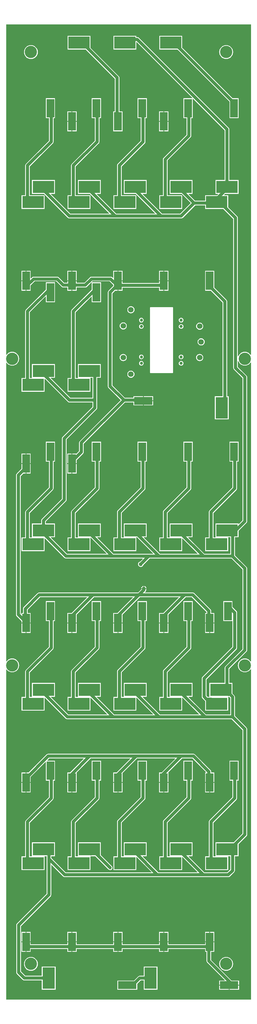
<source format=gtl>
%FSLAX44Y44*%
%MOMM*%
G71*
G01*
G75*
G04 Layer_Physical_Order=1*
G04 Layer_Color=255*
%ADD10R,2.5000X6.0000*%
%ADD11R,6.9850X4.0000*%
%ADD12R,6.0000X2.5000*%
%ADD13R,4.0000X6.9850*%
%ADD14C,0.2540*%
%ADD15C,1.0000*%
%ADD16C,4.0000*%
%ADD17C,1.8000*%
%ADD18C,1.0000*%
%ADD19C,1.2700*%
G36*
X810000Y2113045D02*
X808804Y2112617D01*
X806015Y2116015D01*
X802583Y2118832D01*
X798667Y2120925D01*
X794419Y2122214D01*
X790000Y2122649D01*
X785581Y2122214D01*
X781332Y2120925D01*
X777417Y2118832D01*
X773985Y2116015D01*
X771168Y2112583D01*
X769075Y2108667D01*
X768861Y2107963D01*
X767605Y2108150D01*
Y2559020D01*
X767346Y2560988D01*
X766901Y2562063D01*
X766586Y2562823D01*
X765378Y2564398D01*
X735565Y2594210D01*
Y2633300D01*
X722895D01*
X722409Y2634473D01*
X725635Y2637700D01*
X769365D01*
Y2682780D01*
X739505D01*
Y2848100D01*
X739246Y2850068D01*
X738801Y2851143D01*
X738486Y2851902D01*
X737278Y2853477D01*
X444458Y3146298D01*
X442882Y3147506D01*
X441586Y3148044D01*
X441048Y3148266D01*
X439080Y3148525D01*
X435565D01*
Y3153300D01*
X360635D01*
Y3108220D01*
X435565D01*
Y3132021D01*
X436738Y3132506D01*
X618751Y2950493D01*
X618265Y2949320D01*
X589720D01*
Y2884240D01*
X599695D01*
Y2830450D01*
X524622Y2755378D01*
X523414Y2753802D01*
X522877Y2752505D01*
X522654Y2751968D01*
X522395Y2750000D01*
Y2633300D01*
X510635D01*
Y2588220D01*
X585565D01*
Y2633300D01*
X537605D01*
Y2746850D01*
X612678Y2821922D01*
X613886Y2823498D01*
X614201Y2824257D01*
X614646Y2825332D01*
X614905Y2827300D01*
Y2884240D01*
X619800D01*
Y2947785D01*
X620973Y2948271D01*
X724295Y2844950D01*
Y2682780D01*
X694435D01*
Y2637700D01*
X702466D01*
X702952Y2636527D01*
X699725Y2633300D01*
X660635D01*
Y2615605D01*
X627130D01*
X606208Y2636527D01*
X606694Y2637700D01*
X619365D01*
Y2682780D01*
X544435D01*
Y2637700D01*
X583525D01*
X613735Y2607490D01*
X578850Y2572605D01*
X520130D01*
X456208Y2636527D01*
X456694Y2637700D01*
X469365D01*
Y2682780D01*
X394435D01*
Y2637700D01*
X433525D01*
X497446Y2573778D01*
X496960Y2572605D01*
X370130D01*
X306208Y2636527D01*
X306695Y2637700D01*
X319365D01*
Y2682780D01*
X244435D01*
Y2637700D01*
X283525D01*
X347446Y2573778D01*
X346960Y2572605D01*
X220130D01*
X156208Y2636527D01*
X156694Y2637700D01*
X169365D01*
Y2682780D01*
X94435D01*
Y2637700D01*
X133525D01*
X211602Y2559622D01*
X213178Y2558414D01*
X213937Y2558099D01*
X215012Y2557654D01*
X216980Y2557395D01*
X582000D01*
X583968Y2557654D01*
X584506Y2557877D01*
X585802Y2558414D01*
X587378Y2559622D01*
X628150Y2600395D01*
X660635D01*
Y2588220D01*
X720045D01*
X752395Y2555870D01*
Y2070000D01*
X752654Y2068032D01*
X752877Y2067494D01*
X753414Y2066198D01*
X754622Y2064622D01*
X782395Y2036850D01*
Y1573150D01*
X770538Y1561293D01*
X769365Y1561779D01*
Y1562780D01*
X694435D01*
Y1518198D01*
X694435Y1518198D01*
X694435D01*
X694435Y1517700D01*
X694035Y1517300D01*
X687605D01*
Y1596850D01*
X762678Y1671922D01*
X763886Y1673497D01*
X764201Y1674257D01*
X764646Y1675332D01*
X764905Y1677300D01*
Y1764240D01*
X769800D01*
Y1829320D01*
X739720D01*
Y1764240D01*
X749695D01*
Y1680450D01*
X674622Y1605378D01*
X673414Y1603803D01*
X672877Y1602506D01*
X672654Y1601968D01*
X672395Y1600000D01*
Y1517300D01*
X660635D01*
Y1472220D01*
X735565D01*
Y1516802D01*
X735565Y1516802D01*
X735565D01*
X735565Y1517300D01*
X735965Y1517700D01*
X742395D01*
Y1463605D01*
X658184D01*
X657933Y1463933D01*
X605339Y1516527D01*
X605825Y1517700D01*
X619365D01*
Y1562780D01*
X544435D01*
Y1517700D01*
D01*
Y1517700D01*
X544035Y1517300D01*
X537605D01*
Y1596850D01*
X612678Y1671922D01*
X613886Y1673497D01*
X614201Y1674257D01*
X614646Y1675332D01*
X614905Y1677300D01*
Y1764240D01*
X619800D01*
Y1829320D01*
X589720D01*
Y1764240D01*
X599695D01*
Y1680450D01*
X524622Y1605378D01*
X523414Y1603802D01*
X522877Y1602506D01*
X522654Y1601968D01*
X522395Y1600000D01*
Y1517300D01*
X510635D01*
Y1472220D01*
X585565D01*
Y1513130D01*
X586738Y1513616D01*
X635577Y1464778D01*
X635090Y1463605D01*
X513150D01*
X460229Y1516527D01*
X460714Y1517700D01*
X469365D01*
Y1562780D01*
X394435D01*
Y1518198D01*
X394435Y1518198D01*
X394435D01*
X394435Y1517700D01*
X394035Y1517300D01*
X387605D01*
Y1596850D01*
X462678Y1671922D01*
X463886Y1673497D01*
X464201Y1674257D01*
X464646Y1675332D01*
X464905Y1677300D01*
Y1764240D01*
X469800D01*
Y1829320D01*
X439720D01*
Y1764240D01*
X449695D01*
Y1680450D01*
X374622Y1605378D01*
X373414Y1603802D01*
X372877Y1602506D01*
X372654Y1601968D01*
X372395Y1600000D01*
Y1517300D01*
X360635D01*
Y1472220D01*
X435565D01*
Y1516802D01*
X435565Y1516802D01*
X435565D01*
X435565Y1517300D01*
X435965Y1517700D01*
X437545D01*
X490466Y1464778D01*
X489980Y1463605D01*
X361130D01*
X308209Y1516527D01*
X308694Y1517700D01*
X319365D01*
Y1562780D01*
X244435D01*
Y1518198D01*
X244435Y1518198D01*
X244435D01*
X244435Y1517700D01*
X244035Y1517300D01*
X237605D01*
Y1596850D01*
X312678Y1671922D01*
X313886Y1673497D01*
X314201Y1674257D01*
X314646Y1675332D01*
X314905Y1677300D01*
Y1764240D01*
X319800D01*
Y1829320D01*
X289720D01*
Y1764240D01*
X299695D01*
Y1680450D01*
X224622Y1605378D01*
X223414Y1603802D01*
X222877Y1602506D01*
X222654Y1601968D01*
X222395Y1600000D01*
Y1517300D01*
X210635D01*
Y1472220D01*
X285565D01*
Y1516001D01*
X286738Y1516487D01*
X338446Y1464778D01*
X337960Y1463605D01*
X209130D01*
X156208Y1516527D01*
X156694Y1517700D01*
X169365D01*
Y1562780D01*
X139505D01*
Y1568750D01*
X205378Y1634622D01*
X206586Y1636198D01*
X206901Y1636957D01*
X207346Y1638032D01*
X207605Y1640000D01*
Y1836850D01*
X305378Y1934622D01*
X306586Y1936198D01*
X306901Y1936957D01*
X307346Y1938032D01*
X307605Y1940000D01*
Y2037700D01*
X319365D01*
Y2082780D01*
X244435D01*
Y2038198D01*
X244435Y2038198D01*
X244435D01*
X244435Y2037700D01*
X244035Y2037300D01*
X237605D01*
Y2251570D01*
X288547Y2302511D01*
X289720Y2302025D01*
Y2284240D01*
X319800D01*
Y2349320D01*
X290494D01*
X290407Y2349531D01*
X290407Y2349531D01*
X290009Y2350493D01*
X291910Y2352395D01*
X348530D01*
X360200Y2340725D01*
Y2337235D01*
X344622Y2321658D01*
X343414Y2320083D01*
X342877Y2318786D01*
X342654Y2318248D01*
X342395Y2316280D01*
Y2010000D01*
X342654Y2008032D01*
X342877Y2007494D01*
X343414Y2006198D01*
X344622Y2004622D01*
X384245Y1965000D01*
X250622Y1831378D01*
X249414Y1829803D01*
X248877Y1828506D01*
X248654Y1827968D01*
X248395Y1826000D01*
Y1799150D01*
X240005Y1790760D01*
X226510D01*
Y1759490D01*
X240280D01*
Y1769525D01*
X261378Y1790622D01*
X262586Y1792198D01*
X263031Y1793272D01*
X263346Y1794032D01*
X263605Y1796000D01*
Y1822850D01*
X398450Y1957695D01*
X425680D01*
Y1947720D01*
X456950D01*
Y1962760D01*
Y1977800D01*
X425680D01*
Y1972905D01*
X397850D01*
X357605Y2013150D01*
Y2313130D01*
X366155Y2321680D01*
X373970D01*
Y2354220D01*
Y2386760D01*
X360200D01*
Y2363895D01*
X359027Y2363409D01*
X357058Y2365378D01*
X355482Y2366586D01*
X354186Y2367123D01*
X353648Y2367346D01*
X351680Y2367605D01*
X288760D01*
X286792Y2367346D01*
X286254Y2367123D01*
X284958Y2366586D01*
X283382Y2365378D01*
X265610Y2347605D01*
X240280D01*
Y2352950D01*
X226510D01*
Y2321680D01*
X240280D01*
Y2332395D01*
X268760D01*
X270728Y2332654D01*
X271266Y2332877D01*
X272563Y2333414D01*
X274138Y2334622D01*
X288547Y2349032D01*
X289509Y2348633D01*
X289509Y2348633D01*
X289720Y2348545D01*
Y2325195D01*
X224622Y2260098D01*
X223414Y2258522D01*
X222877Y2257226D01*
X222654Y2256688D01*
X222395Y2254720D01*
Y2037300D01*
X210635D01*
Y1992220D01*
X285565D01*
Y2036802D01*
X285565Y2036802D01*
X285565D01*
X285565Y2037300D01*
X285965Y2037700D01*
X292395D01*
Y1972605D01*
X220130D01*
X156208Y2036527D01*
X156694Y2037700D01*
X169365D01*
Y2082780D01*
X94435D01*
Y2037700D01*
D01*
Y2037700D01*
X94035Y2037300D01*
X87605D01*
Y2251570D01*
X138547Y2302511D01*
X139720Y2302025D01*
Y2284240D01*
X169800D01*
Y2349320D01*
X139720D01*
Y2325195D01*
X74622Y2260098D01*
X73414Y2258522D01*
X72877Y2257226D01*
X72654Y2256688D01*
X72395Y2254720D01*
Y2037300D01*
X60635D01*
Y1992220D01*
X135565D01*
Y2034001D01*
X136738Y2034487D01*
X211602Y1959622D01*
X213178Y1958414D01*
X213937Y1958099D01*
X215012Y1957654D01*
X216980Y1957395D01*
X292395D01*
Y1943150D01*
X194622Y1845378D01*
X193414Y1843802D01*
X192877Y1842506D01*
X192654Y1841968D01*
X192395Y1840000D01*
Y1643150D01*
X126522Y1577278D01*
X125314Y1575703D01*
X124777Y1574406D01*
X124554Y1573868D01*
X124295Y1571900D01*
Y1562780D01*
X94435D01*
Y1517700D01*
D01*
Y1517700D01*
X94035Y1517300D01*
X87605D01*
Y1596850D01*
X162678Y1671922D01*
X163886Y1673497D01*
X164201Y1674257D01*
X164646Y1675332D01*
X164905Y1677300D01*
Y1764240D01*
X169800D01*
Y1829320D01*
X139720D01*
Y1764240D01*
X149695D01*
Y1680450D01*
X74622Y1605378D01*
X73414Y1603802D01*
X72877Y1602506D01*
X72654Y1601968D01*
X72395Y1600000D01*
Y1517300D01*
X60635D01*
Y1472220D01*
X135565D01*
Y1514001D01*
X136738Y1514487D01*
X200602Y1450622D01*
X202177Y1449414D01*
X202937Y1449099D01*
X204012Y1448654D01*
X205980Y1448395D01*
X455980D01*
X456466Y1447222D01*
X449622Y1440378D01*
X448414Y1438803D01*
X448394Y1438755D01*
X447679Y1438661D01*
X445517Y1437765D01*
X443660Y1436340D01*
X442235Y1434483D01*
X441339Y1432321D01*
X441033Y1430000D01*
X441339Y1427679D01*
X442235Y1425517D01*
X443660Y1423660D01*
X445517Y1422235D01*
X447679Y1421339D01*
X450000Y1421033D01*
X452321Y1421339D01*
X454483Y1422235D01*
X456340Y1423660D01*
X457765Y1425517D01*
X458661Y1427679D01*
X458755Y1428394D01*
X458802Y1428414D01*
X460378Y1429622D01*
X479150Y1448395D01*
X746850D01*
X782395Y1412850D01*
Y1153150D01*
X726522Y1097278D01*
X725314Y1095703D01*
X724777Y1094406D01*
X724554Y1093868D01*
X724295Y1091900D01*
Y1042780D01*
X674435D01*
Y998503D01*
X674435Y998503D01*
X674435D01*
X674435Y997700D01*
X674340Y997605D01*
X668150D01*
X664605Y1001150D01*
Y1053850D01*
X762678Y1151922D01*
X763886Y1153497D01*
X764266Y1154415D01*
X764646Y1155332D01*
X764905Y1157300D01*
Y1272020D01*
X764646Y1273988D01*
X764423Y1274526D01*
X763886Y1275823D01*
X762678Y1277398D01*
X749800Y1290275D01*
Y1309320D01*
X719720D01*
Y1244240D01*
X749695D01*
Y1160450D01*
X651622Y1062378D01*
X650414Y1060803D01*
X649877Y1059506D01*
X649654Y1058968D01*
X649395Y1057000D01*
Y998000D01*
X649654Y996032D01*
X649877Y995494D01*
X650414Y994197D01*
X651622Y992622D01*
X659622Y984622D01*
X660635Y983845D01*
Y952220D01*
X735565D01*
Y996744D01*
X736520Y997581D01*
X736835Y997540D01*
X738051Y997700D01*
X738545D01*
X742395Y993850D01*
Y939605D01*
X663130D01*
X606208Y996527D01*
X606694Y997700D01*
X619365D01*
Y1042780D01*
X544435D01*
Y997700D01*
D01*
Y997700D01*
X544035Y997300D01*
X537605D01*
Y1076850D01*
X612678Y1151922D01*
X613886Y1153497D01*
X614201Y1154257D01*
X614646Y1155332D01*
X614905Y1157300D01*
Y1244240D01*
X619800D01*
Y1309320D01*
X589720D01*
Y1244240D01*
X599695D01*
Y1160450D01*
X524622Y1085378D01*
X523414Y1083803D01*
X522877Y1082506D01*
X522654Y1081968D01*
X522395Y1080000D01*
Y997300D01*
X510635D01*
Y952220D01*
X585565D01*
Y994000D01*
X586738Y994486D01*
X640446Y940778D01*
X639960Y939605D01*
X513130D01*
X456208Y996527D01*
X456694Y997700D01*
X469365D01*
Y1042780D01*
X394435D01*
Y997700D01*
D01*
Y997700D01*
X394035Y997300D01*
X387605D01*
Y1076850D01*
X462678Y1151922D01*
X463886Y1153497D01*
X464201Y1154257D01*
X464646Y1155332D01*
X464905Y1157300D01*
Y1244240D01*
X469800D01*
Y1309320D01*
X439720D01*
Y1244240D01*
X449695D01*
Y1160450D01*
X374622Y1085378D01*
X373414Y1083802D01*
X372877Y1082506D01*
X372654Y1081968D01*
X372395Y1080000D01*
Y997300D01*
X360635D01*
Y952220D01*
X435565D01*
Y994000D01*
X436738Y994486D01*
X490446Y940778D01*
X489960Y939605D01*
X363130D01*
X306208Y996527D01*
X306695Y997700D01*
X319365D01*
Y1042780D01*
X244435D01*
Y997700D01*
D01*
Y997700D01*
X244035Y997300D01*
X237605D01*
Y1076850D01*
X312678Y1151922D01*
X313886Y1153497D01*
X314201Y1154257D01*
X314646Y1155332D01*
X314905Y1157300D01*
Y1244240D01*
X319800D01*
Y1309320D01*
X289720D01*
Y1244240D01*
X299695D01*
Y1160450D01*
X224622Y1085378D01*
X223414Y1083802D01*
X222877Y1082506D01*
X222654Y1081968D01*
X222395Y1080000D01*
Y997300D01*
X210635D01*
Y952220D01*
X285565D01*
Y994000D01*
X286738Y994486D01*
X340446Y940778D01*
X339960Y939605D01*
X213130D01*
X156208Y996527D01*
X156694Y997700D01*
X169365D01*
Y1042780D01*
X94435D01*
Y997700D01*
D01*
Y997700D01*
X94035Y997300D01*
X87605D01*
Y1076850D01*
X162678Y1151922D01*
X163886Y1153497D01*
X164201Y1154257D01*
X164646Y1155332D01*
X164905Y1157300D01*
Y1244240D01*
X169800D01*
Y1309320D01*
X139720D01*
Y1244240D01*
X149695D01*
Y1160450D01*
X74622Y1085378D01*
X73414Y1083802D01*
X72877Y1082506D01*
X72654Y1081968D01*
X72395Y1080000D01*
Y997300D01*
X60635D01*
Y952220D01*
X135565D01*
Y994000D01*
X136738Y994486D01*
X204602Y926622D01*
X206178Y925414D01*
X206937Y925099D01*
X208012Y924654D01*
X209980Y924395D01*
X746850D01*
X782395Y888850D01*
Y551330D01*
X753845Y522780D01*
X694435D01*
Y478198D01*
X694435Y478198D01*
X694435D01*
X694435Y477700D01*
X694035Y477300D01*
X687605D01*
Y586850D01*
X762678Y661922D01*
X763886Y663497D01*
X764201Y664257D01*
X764646Y665332D01*
X764905Y667300D01*
Y724240D01*
X769800D01*
Y789320D01*
X739720D01*
Y724240D01*
X749695D01*
Y670450D01*
X674622Y595378D01*
X673414Y593802D01*
X672877Y592506D01*
X672654Y591968D01*
X672395Y590000D01*
Y477300D01*
X660635D01*
Y432220D01*
X735565D01*
Y476802D01*
X735565Y476802D01*
X735565D01*
X735565Y477300D01*
X735965Y477700D01*
X742395D01*
Y434150D01*
X732850Y424605D01*
X658130D01*
X606208Y476527D01*
X606694Y477700D01*
X619365D01*
Y522780D01*
X544435D01*
Y477700D01*
D01*
Y477700D01*
X544035Y477300D01*
X537605D01*
Y586850D01*
X612678Y661922D01*
X613886Y663497D01*
X614201Y664257D01*
X614646Y665332D01*
X614905Y667300D01*
Y724240D01*
X619800D01*
Y789320D01*
X589720D01*
Y724240D01*
X599695D01*
Y670450D01*
X524622Y595378D01*
X523414Y593802D01*
X522877Y592505D01*
X522654Y591968D01*
X522395Y590000D01*
Y477300D01*
X510635D01*
Y432220D01*
X585565D01*
Y474001D01*
X586738Y474487D01*
X635446Y425778D01*
X634960Y424605D01*
X508130D01*
X456208Y476527D01*
X456694Y477700D01*
X469365D01*
Y522780D01*
X394435D01*
Y477700D01*
D01*
Y477700D01*
X394035Y477300D01*
X387605D01*
Y586850D01*
X462678Y661922D01*
X463886Y663497D01*
X464201Y664257D01*
X464646Y665332D01*
X464905Y667300D01*
Y724240D01*
X469800D01*
Y789320D01*
X439720D01*
Y724240D01*
X449695D01*
Y670450D01*
X374622Y595378D01*
X373414Y593802D01*
X372877Y592506D01*
X372654Y591968D01*
X372395Y590000D01*
Y477300D01*
X360635D01*
Y432220D01*
X435565D01*
Y474001D01*
X436738Y474487D01*
X485446Y425778D01*
X484960Y424605D01*
X205150D01*
X157465Y472290D01*
Y477700D01*
X169365D01*
Y522780D01*
X94435D01*
Y478198D01*
X94435Y478198D01*
X94435D01*
X94435Y477700D01*
X94035Y477300D01*
X87605D01*
Y586850D01*
X162678Y661922D01*
X163886Y663497D01*
X164201Y664257D01*
X164646Y665332D01*
X164905Y667300D01*
Y724240D01*
X169800D01*
Y789320D01*
X145145D01*
X144658Y790493D01*
X150470Y796305D01*
X262890D01*
X263376Y795132D01*
X219005Y750760D01*
X210200D01*
Y719490D01*
X240280D01*
Y750525D01*
X286060Y796305D01*
X414890D01*
X415376Y795132D01*
X371005Y750760D01*
X360200D01*
Y719490D01*
X390280D01*
Y748525D01*
X438060Y796305D01*
X561890D01*
X562376Y795132D01*
X518005Y750760D01*
X510200D01*
Y719490D01*
X540280D01*
Y750760D01*
X540280Y750760D01*
X540280D01*
X540056Y751301D01*
X585060Y796305D01*
X619150D01*
X663521Y751933D01*
X663036Y750760D01*
X660200D01*
Y719490D01*
X690280D01*
Y750760D01*
X680305D01*
Y753510D01*
X680046Y755478D01*
X679601Y756553D01*
X679286Y757312D01*
X678078Y758888D01*
X627678Y809288D01*
X626102Y810496D01*
X624806Y811033D01*
X624268Y811256D01*
X622300Y811515D01*
X147320D01*
X145352Y811256D01*
X144592Y810941D01*
X143518Y810496D01*
X141942Y809288D01*
X83415Y750760D01*
X76510D01*
Y719490D01*
X90280D01*
Y736115D01*
X138547Y784381D01*
X139720Y783895D01*
Y724240D01*
X149695D01*
Y670450D01*
X74622Y595378D01*
X73414Y593802D01*
X72877Y592505D01*
X72654Y591968D01*
X72395Y590000D01*
Y477300D01*
X60635D01*
Y432220D01*
X135565D01*
Y476802D01*
X135565Y476802D01*
X135565D01*
X135565Y477300D01*
X135965Y477700D01*
X142255D01*
Y354940D01*
X45422Y258108D01*
X44214Y256532D01*
X43677Y255236D01*
X43454Y254698D01*
X43195Y252730D01*
Y99200D01*
X43454Y97232D01*
X43677Y96694D01*
X44214Y95398D01*
X45422Y93822D01*
X64522Y74722D01*
X66097Y73514D01*
X67394Y72977D01*
X67932Y72754D01*
X69900Y72495D01*
X126700D01*
Y42635D01*
X171780D01*
Y117565D01*
X126700D01*
Y87705D01*
X73050D01*
X58405Y102350D01*
Y249580D01*
X155238Y346412D01*
X156446Y347988D01*
X156983Y349284D01*
X157206Y349822D01*
X157465Y351790D01*
Y449120D01*
X158638Y449606D01*
X196622Y411622D01*
X198197Y410414D01*
X199115Y410034D01*
X200032Y409654D01*
X202000Y409395D01*
X654914D01*
X654990Y409385D01*
X655066Y409395D01*
X736000D01*
X737968Y409654D01*
X738506Y409877D01*
X739802Y410414D01*
X741378Y411622D01*
X755378Y425622D01*
X756586Y427197D01*
X757123Y428494D01*
X757346Y429032D01*
X757605Y431000D01*
Y477700D01*
X769365D01*
Y516790D01*
X795378Y542802D01*
X796586Y544378D01*
X797031Y545452D01*
X797346Y546212D01*
X797605Y548180D01*
Y892000D01*
X797346Y893968D01*
X796901Y895043D01*
X796586Y895803D01*
X795378Y897378D01*
X757605Y935150D01*
Y997000D01*
X757346Y998968D01*
X756901Y1000043D01*
X756586Y1000803D01*
X755378Y1002378D01*
X749365Y1008390D01*
Y1042780D01*
X739505D01*
Y1088750D01*
X795378Y1144622D01*
X796586Y1146198D01*
X797031Y1147272D01*
X797346Y1148032D01*
X797605Y1150000D01*
Y1416000D01*
X797346Y1417968D01*
X796901Y1419043D01*
X796586Y1419803D01*
X795378Y1421378D01*
X757605Y1459150D01*
Y1517700D01*
X769365D01*
Y1538610D01*
X795378Y1564622D01*
X796586Y1566198D01*
X797123Y1567494D01*
X797346Y1568032D01*
X797605Y1570000D01*
Y2040000D01*
X797346Y2041968D01*
X796966Y2042885D01*
X796586Y2043802D01*
X795378Y2045378D01*
X767605Y2073150D01*
Y2091851D01*
X768861Y2092037D01*
X769075Y2091333D01*
X771168Y2087417D01*
X773985Y2083985D01*
X777417Y2081168D01*
X781332Y2079075D01*
X785581Y2077786D01*
X790000Y2077351D01*
X794419Y2077786D01*
X798667Y2079075D01*
X802583Y2081168D01*
X806015Y2083985D01*
X808804Y2087383D01*
X810000Y2086955D01*
Y1113045D01*
X808804Y1112617D01*
X806015Y1116015D01*
X802583Y1118832D01*
X798667Y1120925D01*
X794419Y1122214D01*
X790000Y1122649D01*
X785581Y1122214D01*
X781332Y1120925D01*
X777417Y1118832D01*
X773985Y1116015D01*
X771168Y1112583D01*
X769075Y1108668D01*
X767786Y1104419D01*
X767351Y1100000D01*
X767786Y1095582D01*
X769075Y1091333D01*
X771168Y1087417D01*
X773985Y1083985D01*
X777417Y1081168D01*
X781332Y1079075D01*
X785581Y1077786D01*
X790000Y1077351D01*
X794419Y1077786D01*
X798667Y1079075D01*
X802583Y1081168D01*
X806015Y1083985D01*
X808804Y1087383D01*
X810000Y1086955D01*
Y10000D01*
X10000D01*
Y1086955D01*
X11196Y1087383D01*
X13985Y1083985D01*
X17417Y1081168D01*
X21332Y1079075D01*
X25581Y1077786D01*
X30000Y1077351D01*
X34418Y1077786D01*
X38667Y1079075D01*
X42583Y1081168D01*
X46015Y1083985D01*
X48832Y1087417D01*
X50925Y1091333D01*
X52214Y1095582D01*
X52649Y1100000D01*
X52214Y1104419D01*
X50925Y1108668D01*
X48832Y1112583D01*
X46015Y1116015D01*
X42583Y1118832D01*
X38667Y1120925D01*
X34418Y1122214D01*
X30000Y1122649D01*
X25581Y1122214D01*
X21332Y1120925D01*
X17417Y1118832D01*
X13985Y1116015D01*
X11196Y1112617D01*
X10000Y1113045D01*
Y2086955D01*
X11196Y2087383D01*
X13985Y2083985D01*
X17417Y2081168D01*
X21332Y2079075D01*
X25581Y2077786D01*
X30000Y2077351D01*
X34418Y2077786D01*
X38667Y2079075D01*
X42583Y2081168D01*
X46015Y2083985D01*
X48832Y2087417D01*
X50925Y2091333D01*
X52214Y2095582D01*
X52649Y2100000D01*
X52214Y2104419D01*
X50925Y2108667D01*
X48832Y2112583D01*
X46015Y2116015D01*
X42583Y2118832D01*
X38667Y2120925D01*
X34418Y2122214D01*
X30000Y2122649D01*
X25581Y2122214D01*
X21332Y2120925D01*
X17417Y2118832D01*
X13985Y2116015D01*
X11196Y2112617D01*
X10000Y2113045D01*
Y3190000D01*
X810000D01*
Y2113045D01*
D02*
G37*
%LPC*%
G36*
X73970Y750760D02*
X60200D01*
Y719490D01*
X73970D01*
Y750760D01*
D02*
G37*
G36*
X690280Y716950D02*
X676510D01*
Y685680D01*
X690280D01*
Y716950D01*
D02*
G37*
G36*
X73970Y1236950D02*
X60200D01*
Y1205680D01*
X73970D01*
Y1236950D01*
D02*
G37*
G36*
X90280D02*
X76510D01*
Y1205680D01*
X90280D01*
Y1236950D01*
D02*
G37*
G36*
X223970D02*
X210200D01*
Y1205680D01*
X223970D01*
Y1236950D01*
D02*
G37*
G36*
X390280Y716950D02*
X376510D01*
Y685680D01*
X390280D01*
Y716950D01*
D02*
G37*
G36*
X373970D02*
X360200D01*
Y685680D01*
X373970D01*
Y716950D01*
D02*
G37*
G36*
X240280D02*
X226510D01*
Y685680D01*
X240280D01*
Y716950D01*
D02*
G37*
G36*
X673970D02*
X660200D01*
Y685680D01*
X673970D01*
Y716950D01*
D02*
G37*
G36*
X540280D02*
X526510D01*
Y685680D01*
X540280D01*
Y716950D01*
D02*
G37*
G36*
X523970D02*
X510200D01*
Y685680D01*
X523970D01*
Y716950D01*
D02*
G37*
G36*
X458730Y1358799D02*
X457679Y1358661D01*
X455517Y1357765D01*
X453660Y1356340D01*
X452235Y1354483D01*
X451339Y1352321D01*
X451200Y1351270D01*
X458730D01*
Y1358799D01*
D02*
G37*
G36*
X73970Y1756950D02*
X60200D01*
Y1741235D01*
X44622Y1725658D01*
X43414Y1724082D01*
X42877Y1722786D01*
X42654Y1722248D01*
X42395Y1720280D01*
Y1265400D01*
X42654Y1263432D01*
X42877Y1262895D01*
X43414Y1261598D01*
X44622Y1260022D01*
X60200Y1244445D01*
Y1239490D01*
X90280D01*
Y1270760D01*
X80305D01*
Y1281550D01*
X121150Y1322395D01*
X273990D01*
X274476Y1321222D01*
X224015Y1270760D01*
X210200D01*
Y1239490D01*
X240280D01*
Y1265515D01*
X297160Y1322395D01*
X423990D01*
X424476Y1321222D01*
X374015Y1270760D01*
X360200D01*
Y1239490D01*
X390280D01*
Y1265515D01*
X447160Y1322395D01*
X573990D01*
X574476Y1321222D01*
X524015Y1270760D01*
X510200D01*
Y1239490D01*
X540280D01*
Y1265515D01*
X597160Y1322395D01*
X616850D01*
X665095Y1274150D01*
Y1270760D01*
X660200D01*
Y1239490D01*
X690280D01*
Y1270760D01*
X680305D01*
Y1277300D01*
X680046Y1279268D01*
X679731Y1280028D01*
X679286Y1281102D01*
X678078Y1282678D01*
X625378Y1335378D01*
X623802Y1336586D01*
X622506Y1337123D01*
X621968Y1337346D01*
X620000Y1337605D01*
X594010D01*
X592042Y1337346D01*
X592005Y1337331D01*
X591968Y1337346D01*
X590000Y1337605D01*
X464030D01*
X463544Y1338778D01*
X465378Y1340612D01*
X466586Y1342188D01*
X467123Y1343484D01*
X467346Y1344022D01*
X467497Y1345166D01*
X467765Y1345517D01*
X468661Y1347679D01*
X468800Y1348730D01*
X451200D01*
X451292Y1348037D01*
X440860Y1337605D01*
X118000D01*
X116032Y1337346D01*
X115115Y1336966D01*
X114198Y1336586D01*
X112622Y1335378D01*
X67322Y1290078D01*
X66114Y1288503D01*
X65577Y1287206D01*
X65354Y1286668D01*
X65095Y1284700D01*
Y1270760D01*
X60200D01*
Y1267615D01*
X59027Y1267129D01*
X57605Y1268550D01*
Y1717130D01*
X66155Y1725680D01*
X73970D01*
Y1756950D01*
D02*
G37*
G36*
X690280Y1236950D02*
X676510D01*
Y1205680D01*
X690280D01*
Y1236950D01*
D02*
G37*
G36*
X223970Y1756950D02*
X210200D01*
Y1725680D01*
X223970D01*
Y1756950D01*
D02*
G37*
G36*
X90280D02*
X76510D01*
Y1725680D01*
X90280D01*
Y1756950D01*
D02*
G37*
G36*
X461270Y1358799D02*
Y1351270D01*
X468800D01*
X468661Y1352321D01*
X467765Y1354483D01*
X466340Y1356340D01*
X464483Y1357765D01*
X462321Y1358661D01*
X461270Y1358799D01*
D02*
G37*
G36*
X390280Y1236950D02*
X376510D01*
Y1205680D01*
X390280D01*
Y1236950D01*
D02*
G37*
G36*
X373970D02*
X360200D01*
Y1205680D01*
X373970D01*
Y1236950D01*
D02*
G37*
G36*
X240280D02*
X226510D01*
Y1205680D01*
X240280D01*
Y1236950D01*
D02*
G37*
G36*
X673970D02*
X660200D01*
Y1205680D01*
X673970D01*
Y1236950D01*
D02*
G37*
G36*
X540280D02*
X526510D01*
Y1205680D01*
X540280D01*
Y1236950D01*
D02*
G37*
G36*
X523970D02*
X510200D01*
Y1205680D01*
X523970D01*
Y1236950D01*
D02*
G37*
G36*
Y196950D02*
X510200D01*
Y190585D01*
X390280D01*
Y196950D01*
X376510D01*
Y165680D01*
X390280D01*
Y175375D01*
X510200D01*
Y165680D01*
X523970D01*
Y196950D01*
D02*
G37*
G36*
X373970D02*
X360200D01*
Y190585D01*
X240280D01*
Y196950D01*
X226510D01*
Y165680D01*
X240280D01*
Y175375D01*
X360200D01*
Y165680D01*
X373970D01*
Y196950D01*
D02*
G37*
G36*
X223970D02*
X210200D01*
Y190585D01*
X90280D01*
Y196950D01*
X76510D01*
Y165680D01*
X90280D01*
Y175375D01*
X210200D01*
Y165680D01*
X223970D01*
Y196950D01*
D02*
G37*
G36*
X90280Y230760D02*
X76510D01*
Y199490D01*
X90280D01*
Y230760D01*
D02*
G37*
G36*
X73970D02*
X60200D01*
Y199490D01*
X73970D01*
Y230760D01*
D02*
G37*
G36*
X690280Y196950D02*
X660200D01*
Y190585D01*
X540280D01*
Y196950D01*
X526510D01*
Y165680D01*
X540280D01*
Y175375D01*
X660200D01*
Y165680D01*
X665095D01*
Y136020D01*
X665354Y134052D01*
X665577Y133514D01*
X666114Y132218D01*
X667322Y130642D01*
X724511Y73453D01*
X724025Y72280D01*
X706240D01*
Y58510D01*
X771320D01*
Y72280D01*
X747195D01*
X680305Y139170D01*
Y165680D01*
X690280D01*
Y196950D01*
D02*
G37*
G36*
X504780Y117565D02*
X459700D01*
Y87705D01*
X446420D01*
X444452Y87446D01*
X443914Y87223D01*
X442617Y86686D01*
X441042Y85478D01*
X427845Y72280D01*
X373240D01*
Y42200D01*
X438320D01*
Y61245D01*
X449570Y72495D01*
X459700D01*
Y42635D01*
X504780D01*
Y117565D01*
D02*
G37*
G36*
X771320Y55970D02*
X740050D01*
Y42200D01*
X771320D01*
Y55970D01*
D02*
G37*
G36*
X737510D02*
X706240D01*
Y42200D01*
X737510D01*
Y55970D01*
D02*
G37*
G36*
X73970Y196950D02*
X60200D01*
Y165680D01*
X73970D01*
Y196950D01*
D02*
G37*
G36*
X729000Y149149D02*
X724581Y148714D01*
X720333Y147425D01*
X716417Y145332D01*
X712985Y142515D01*
X710168Y139083D01*
X708075Y135167D01*
X706786Y130919D01*
X706351Y126500D01*
X706786Y122081D01*
X708075Y117833D01*
X710168Y113917D01*
X712985Y110485D01*
X716417Y107668D01*
X720333Y105575D01*
X724581Y104286D01*
X729000Y103851D01*
X733419Y104286D01*
X737667Y105575D01*
X741583Y107668D01*
X745015Y110485D01*
X747832Y113917D01*
X749925Y117833D01*
X751214Y122081D01*
X751649Y126500D01*
X751214Y130919D01*
X749925Y135167D01*
X747832Y139083D01*
X745015Y142515D01*
X741583Y145332D01*
X737667Y147425D01*
X733419Y148714D01*
X729000Y149149D01*
D02*
G37*
G36*
X91000D02*
X86581Y148714D01*
X82333Y147425D01*
X78417Y145332D01*
X74985Y142515D01*
X72168Y139083D01*
X70075Y135167D01*
X68786Y130919D01*
X68351Y126500D01*
X68786Y122081D01*
X70075Y117833D01*
X72168Y113917D01*
X74985Y110485D01*
X78417Y107668D01*
X82333Y105575D01*
X86581Y104286D01*
X91000Y103851D01*
X95419Y104286D01*
X99667Y105575D01*
X103583Y107668D01*
X107015Y110485D01*
X109832Y113917D01*
X111925Y117833D01*
X113214Y122081D01*
X113649Y126500D01*
X113214Y130919D01*
X111925Y135167D01*
X109832Y139083D01*
X107015Y142515D01*
X103583Y145332D01*
X99667Y147425D01*
X95419Y148714D01*
X91000Y149149D01*
D02*
G37*
G36*
X319800Y789320D02*
X289720D01*
Y724240D01*
X299695D01*
Y670450D01*
X224622Y595378D01*
X223414Y593802D01*
X222877Y592505D01*
X222654Y591968D01*
X222395Y590000D01*
Y477300D01*
X210635D01*
Y432220D01*
X285565D01*
Y476744D01*
X286520Y477581D01*
X286835Y477540D01*
X288051Y477700D01*
X301545D01*
X344622Y434622D01*
X346198Y433414D01*
X348032Y432654D01*
X350000Y432395D01*
X351968Y432654D01*
X353802Y433414D01*
X355378Y434622D01*
X356586Y436198D01*
X357346Y438032D01*
X357605Y440000D01*
X357346Y441968D01*
X356586Y443802D01*
X355378Y445378D01*
X319365Y481390D01*
Y522780D01*
X244435D01*
Y478198D01*
X244435Y478198D01*
X244435D01*
X244435Y477700D01*
X244035Y477300D01*
X237605D01*
Y586850D01*
X312678Y661922D01*
X313886Y663497D01*
X314201Y664257D01*
X314646Y665332D01*
X314905Y667300D01*
Y724240D01*
X319800D01*
Y789320D01*
D02*
G37*
G36*
X690280Y230760D02*
X676510D01*
Y199490D01*
X690280D01*
Y230760D01*
D02*
G37*
G36*
X673970D02*
X660200D01*
Y199490D01*
X673970D01*
Y230760D01*
D02*
G37*
G36*
X223970Y716950D02*
X210200D01*
Y685680D01*
X223970D01*
Y716950D01*
D02*
G37*
G36*
X90280D02*
X76510D01*
Y685680D01*
X90280D01*
Y716950D01*
D02*
G37*
G36*
X73970D02*
X60200D01*
Y685680D01*
X73970D01*
Y716950D01*
D02*
G37*
G36*
X373970Y230760D02*
X360200D01*
Y199490D01*
X373970D01*
Y230760D01*
D02*
G37*
G36*
X240280D02*
X226510D01*
Y199490D01*
X240280D01*
Y230760D01*
D02*
G37*
G36*
X223970D02*
X210200D01*
Y199490D01*
X223970D01*
Y230760D01*
D02*
G37*
G36*
X540280D02*
X526510D01*
Y199490D01*
X540280D01*
Y230760D01*
D02*
G37*
G36*
X523970D02*
X510200D01*
Y199490D01*
X523970D01*
Y230760D01*
D02*
G37*
G36*
X390280D02*
X376510D01*
Y199490D01*
X390280D01*
Y230760D01*
D02*
G37*
G36*
X240280Y1756950D02*
X226510D01*
Y1725680D01*
X240280D01*
Y1756950D01*
D02*
G37*
G36*
X540280Y2386760D02*
X526510D01*
Y2355490D01*
X540280D01*
Y2386760D01*
D02*
G37*
G36*
X523970D02*
X510200D01*
Y2355490D01*
X523970D01*
Y2386760D01*
D02*
G37*
G36*
X169800Y2949320D02*
X139720D01*
Y2884240D01*
X149695D01*
Y2810450D01*
X74622Y2735378D01*
X73414Y2733802D01*
X72877Y2732505D01*
X72654Y2731968D01*
X72395Y2730000D01*
Y2633300D01*
X60635D01*
Y2588220D01*
X135565D01*
Y2633300D01*
X87605D01*
Y2726850D01*
X162678Y2801922D01*
X163886Y2803497D01*
X164201Y2804257D01*
X164646Y2805332D01*
X164905Y2807300D01*
Y2884240D01*
X169800D01*
Y2949320D01*
D02*
G37*
G36*
X469800D02*
X439720D01*
Y2884240D01*
X449695D01*
Y2810450D01*
X374622Y2735378D01*
X373414Y2733802D01*
X372877Y2732505D01*
X372654Y2731968D01*
X372395Y2730000D01*
Y2633300D01*
X360635D01*
Y2588220D01*
X435565D01*
Y2633300D01*
X387605D01*
Y2726850D01*
X462678Y2801922D01*
X463886Y2803498D01*
X464201Y2804257D01*
X464646Y2805332D01*
X464905Y2807300D01*
Y2884240D01*
X469800D01*
Y2949320D01*
D02*
G37*
G36*
X319800D02*
X289720D01*
Y2884240D01*
X299695D01*
Y2810450D01*
X224622Y2735378D01*
X223414Y2733802D01*
X222877Y2732505D01*
X222654Y2731968D01*
X222395Y2730000D01*
Y2633300D01*
X210635D01*
Y2588220D01*
X285565D01*
Y2633300D01*
X237605D01*
Y2726850D01*
X312678Y2801922D01*
X313886Y2803498D01*
X314201Y2804257D01*
X314646Y2805332D01*
X314905Y2807300D01*
Y2884240D01*
X319800D01*
Y2949320D01*
D02*
G37*
G36*
X390280Y2386760D02*
X376510D01*
Y2355490D01*
X390280D01*
Y2386760D01*
D02*
G37*
G36*
X523970Y2352950D02*
X510200D01*
Y2346585D01*
X390280D01*
Y2352950D01*
X376510D01*
Y2321680D01*
X390280D01*
Y2331375D01*
X510200D01*
Y2321680D01*
X523970D01*
Y2352950D01*
D02*
G37*
G36*
X540280D02*
X526510D01*
Y2321680D01*
X540280D01*
Y2352950D01*
D02*
G37*
G36*
X73970Y2386760D02*
X60200D01*
Y2355490D01*
X73970D01*
Y2386760D01*
D02*
G37*
G36*
X240280D02*
X226510D01*
Y2355490D01*
X240280D01*
Y2386760D01*
D02*
G37*
G36*
X223970D02*
X210200D01*
Y2355490D01*
X223970D01*
Y2386760D01*
D02*
G37*
G36*
Y2872950D02*
X210200D01*
Y2841680D01*
X223970D01*
Y2872950D01*
D02*
G37*
G36*
X540280Y2906760D02*
X526510D01*
Y2875490D01*
X540280D01*
Y2906760D01*
D02*
G37*
G36*
X523970D02*
X510200D01*
Y2875490D01*
X523970D01*
Y2906760D01*
D02*
G37*
G36*
X585565Y3153300D02*
X510635D01*
Y3108220D01*
X570045D01*
X739720Y2938545D01*
Y2884240D01*
X769800D01*
Y2949320D01*
X750455D01*
X585565Y3114210D01*
Y3153300D01*
D02*
G37*
G36*
X729000Y3122649D02*
X724581Y3122214D01*
X720333Y3120925D01*
X716417Y3118832D01*
X712985Y3116016D01*
X710168Y3112583D01*
X708075Y3108668D01*
X706786Y3104419D01*
X706351Y3100000D01*
X706786Y3095581D01*
X708075Y3091333D01*
X710168Y3087417D01*
X712985Y3083985D01*
X716417Y3081168D01*
X720333Y3079075D01*
X724581Y3077786D01*
X729000Y3077351D01*
X733419Y3077786D01*
X737667Y3079075D01*
X741583Y3081168D01*
X745015Y3083985D01*
X747832Y3087417D01*
X749925Y3091333D01*
X751214Y3095581D01*
X751649Y3100000D01*
X751214Y3104419D01*
X749925Y3108668D01*
X747832Y3112583D01*
X745015Y3116016D01*
X741583Y3118832D01*
X737667Y3120925D01*
X733419Y3122214D01*
X729000Y3122649D01*
D02*
G37*
G36*
X91000D02*
X86581Y3122214D01*
X82333Y3120925D01*
X78417Y3118832D01*
X74985Y3116016D01*
X72168Y3112583D01*
X70075Y3108668D01*
X68786Y3104419D01*
X68351Y3100000D01*
X68786Y3095581D01*
X70075Y3091333D01*
X72168Y3087417D01*
X74985Y3083985D01*
X78417Y3081168D01*
X82333Y3079075D01*
X86581Y3077786D01*
X91000Y3077351D01*
X95419Y3077786D01*
X99667Y3079075D01*
X103583Y3081168D01*
X107015Y3083985D01*
X109832Y3087417D01*
X111925Y3091333D01*
X113214Y3095581D01*
X113649Y3100000D01*
X113214Y3104419D01*
X111925Y3108668D01*
X109832Y3112583D01*
X107015Y3116016D01*
X103583Y3118832D01*
X99667Y3120925D01*
X95419Y3122214D01*
X91000Y3122649D01*
D02*
G37*
G36*
X240280Y2906760D02*
X226510D01*
Y2875490D01*
X240280D01*
Y2906760D01*
D02*
G37*
G36*
X285565Y3153300D02*
X210635D01*
Y3108220D01*
X270045D01*
X365095Y3013170D01*
Y2906760D01*
X360200D01*
Y2841680D01*
X390280D01*
Y2906760D01*
X380305D01*
Y3016320D01*
X380046Y3018288D01*
X379601Y3019363D01*
X379286Y3020123D01*
X378078Y3021698D01*
X285565Y3114210D01*
Y3153300D01*
D02*
G37*
G36*
X240280Y2872950D02*
X226510D01*
Y2841680D01*
X240280D01*
Y2872950D01*
D02*
G37*
G36*
X523970D02*
X510200D01*
Y2841680D01*
X523970D01*
Y2872950D01*
D02*
G37*
G36*
X223970Y2906760D02*
X210200D01*
Y2875490D01*
X223970D01*
Y2906760D01*
D02*
G37*
G36*
X540280Y2872950D02*
X526510D01*
Y2841680D01*
X540280D01*
Y2872950D01*
D02*
G37*
G36*
X90280Y2386760D02*
X76510D01*
Y2354220D01*
Y2321680D01*
X90280D01*
Y2339525D01*
X103150Y2352395D01*
X173850D01*
X191622Y2334622D01*
X193197Y2333414D01*
X194494Y2332877D01*
X195032Y2332654D01*
X197000Y2332395D01*
X210200D01*
Y2321680D01*
X223970D01*
Y2352950D01*
X210200D01*
Y2347605D01*
X200150D01*
X182378Y2365378D01*
X180802Y2366586D01*
X179506Y2367123D01*
X178968Y2367346D01*
X177000Y2367605D01*
X100000D01*
X98032Y2367346D01*
X96957Y2366901D01*
X96198Y2366586D01*
X94622Y2365378D01*
X91453Y2362209D01*
X90280Y2362695D01*
Y2386760D01*
D02*
G37*
G36*
X552797Y2268490D02*
X482797D01*
X481806Y2268293D01*
X480966Y2267731D01*
X480404Y2266891D01*
X480207Y2265900D01*
Y2055900D01*
X480404Y2054909D01*
X480966Y2054069D01*
X481806Y2053507D01*
X482797Y2053310D01*
X552797D01*
X553788Y2053507D01*
X554628Y2054069D01*
X555190Y2054909D01*
X555387Y2055900D01*
Y2265900D01*
X555190Y2266891D01*
X554628Y2267731D01*
X553788Y2268293D01*
X552797Y2268490D01*
D02*
G37*
G36*
X417856Y2061060D02*
X414843Y2060663D01*
X412036Y2059500D01*
X409626Y2057650D01*
X407776Y2055240D01*
X406613Y2052433D01*
X406216Y2049420D01*
X406613Y2046407D01*
X407776Y2043600D01*
X409626Y2041190D01*
X412036Y2039340D01*
X414843Y2038177D01*
X417856Y2037780D01*
X420869Y2038177D01*
X423676Y2039340D01*
X426086Y2041190D01*
X427936Y2043600D01*
X429099Y2046407D01*
X429496Y2049420D01*
X429099Y2052433D01*
X427936Y2055240D01*
X426086Y2057650D01*
X423676Y2059500D01*
X420869Y2060663D01*
X417856Y2061060D01*
D02*
G37*
G36*
X451951Y2092724D02*
X449983Y2092465D01*
X448148Y2091705D01*
X446573Y2090497D01*
X445365Y2088922D01*
X444605Y2087087D01*
X444346Y2085119D01*
X444605Y2083151D01*
X445365Y2081316D01*
X446573Y2079741D01*
X448148Y2078533D01*
X449983Y2077773D01*
X451951Y2077514D01*
X453919Y2077773D01*
X455754Y2078533D01*
X457328Y2079741D01*
X458537Y2081316D01*
X459297Y2083151D01*
X459556Y2085119D01*
X459297Y2087087D01*
X458537Y2088922D01*
X457328Y2090497D01*
X455754Y2091705D01*
X453919Y2092465D01*
X451951Y2092724D01*
D02*
G37*
G36*
X392760Y2115543D02*
X389748Y2115146D01*
X386940Y2113983D01*
X384530Y2112133D01*
X382680Y2109723D01*
X381517Y2106915D01*
X381120Y2103903D01*
X381517Y2100890D01*
X382680Y2098083D01*
X384530Y2095673D01*
X386940Y2093823D01*
X389748Y2092660D01*
X392760Y2092263D01*
X395773Y2092660D01*
X398580Y2093823D01*
X400990Y2095673D01*
X402840Y2098083D01*
X404003Y2100890D01*
X404400Y2103903D01*
X404003Y2106915D01*
X402840Y2109723D01*
X400990Y2112133D01*
X398580Y2113983D01*
X395773Y2115146D01*
X392760Y2115543D01*
D02*
G37*
G36*
X581951Y2092724D02*
X579983Y2092465D01*
X578148Y2091705D01*
X576573Y2090497D01*
X575365Y2088922D01*
X574605Y2087087D01*
X574346Y2085119D01*
X574605Y2083151D01*
X575365Y2081316D01*
X576573Y2079741D01*
X578148Y2078533D01*
X579983Y2077773D01*
X581951Y2077514D01*
X583919Y2077773D01*
X585754Y2078533D01*
X587329Y2079741D01*
X588537Y2081316D01*
X589297Y2083151D01*
X589556Y2085119D01*
X589297Y2087087D01*
X588537Y2088922D01*
X587329Y2090497D01*
X585754Y2091705D01*
X583919Y2092465D01*
X581951Y2092724D01*
D02*
G37*
G36*
X490760Y1977800D02*
X459490D01*
Y1964030D01*
X490760D01*
Y1977800D01*
D02*
G37*
G36*
X90280Y1790760D02*
X76510D01*
Y1759490D01*
X90280D01*
Y1790760D01*
D02*
G37*
G36*
X73970D02*
X60200D01*
Y1759490D01*
X73970D01*
Y1790760D01*
D02*
G37*
G36*
X223970D02*
X210200D01*
Y1759490D01*
X223970D01*
Y1790760D01*
D02*
G37*
G36*
X490760Y1961490D02*
X459490D01*
Y1947720D01*
X490760D01*
Y1961490D01*
D02*
G37*
G36*
X690280Y2386760D02*
X660200D01*
Y2321680D01*
X679245D01*
X717315Y2283610D01*
Y1977365D01*
X692220D01*
Y1902435D01*
X737300D01*
Y1977365D01*
X732525D01*
Y2286760D01*
X732266Y2288728D01*
X732043Y2289266D01*
X731506Y2290563D01*
X730298Y2292138D01*
X690280Y2332155D01*
Y2386760D01*
D02*
G37*
G36*
X642526Y2115637D02*
X639514Y2115240D01*
X636706Y2114077D01*
X634296Y2112227D01*
X632446Y2109817D01*
X631283Y2107010D01*
X630886Y2103997D01*
X631283Y2100984D01*
X632446Y2098177D01*
X634296Y2095767D01*
X636706Y2093917D01*
X639514Y2092754D01*
X642526Y2092357D01*
X645539Y2092754D01*
X648346Y2093917D01*
X650756Y2095767D01*
X652606Y2098177D01*
X653769Y2100984D01*
X654166Y2103997D01*
X653769Y2107010D01*
X652606Y2109817D01*
X650756Y2112227D01*
X648346Y2114077D01*
X645539Y2115240D01*
X642526Y2115637D01*
D02*
G37*
G36*
X581951Y2233478D02*
X579983Y2233219D01*
X578148Y2232459D01*
X576573Y2231251D01*
X575365Y2229675D01*
X574605Y2227841D01*
X574346Y2225873D01*
X574605Y2223905D01*
X575365Y2222070D01*
X576573Y2220495D01*
X578148Y2219287D01*
X579983Y2218527D01*
X581951Y2218268D01*
X583919Y2218527D01*
X585754Y2219287D01*
X587329Y2220495D01*
X588537Y2222070D01*
X589297Y2223905D01*
X589556Y2225873D01*
X589297Y2227841D01*
X588537Y2229675D01*
X587329Y2231251D01*
X585754Y2232459D01*
X583919Y2233219D01*
X581951Y2233478D01*
D02*
G37*
G36*
Y2212724D02*
X579983Y2212465D01*
X578148Y2211705D01*
X576573Y2210497D01*
X575365Y2208922D01*
X574605Y2207088D01*
X574346Y2205119D01*
X574605Y2203151D01*
X575365Y2201317D01*
X576573Y2199742D01*
X578148Y2198533D01*
X579983Y2197773D01*
X581951Y2197514D01*
X583919Y2197773D01*
X585754Y2198533D01*
X587329Y2199742D01*
X588537Y2201317D01*
X589297Y2203151D01*
X589556Y2205119D01*
X589297Y2207088D01*
X588537Y2208922D01*
X587329Y2210497D01*
X585754Y2211705D01*
X583919Y2212465D01*
X581951Y2212724D01*
D02*
G37*
G36*
X451951Y2233480D02*
X449983Y2233221D01*
X448148Y2232461D01*
X446573Y2231253D01*
X445365Y2229677D01*
X444605Y2227843D01*
X444346Y2225875D01*
X444605Y2223907D01*
X445365Y2222072D01*
X446573Y2220497D01*
X448148Y2219289D01*
X449983Y2218529D01*
X451951Y2218270D01*
X453919Y2218529D01*
X455754Y2219289D01*
X457328Y2220497D01*
X458537Y2222072D01*
X459297Y2223907D01*
X459556Y2225875D01*
X459297Y2227843D01*
X458537Y2229677D01*
X457328Y2231253D01*
X455754Y2232461D01*
X453919Y2233221D01*
X451951Y2233480D01*
D02*
G37*
G36*
X73970Y2352950D02*
X60200D01*
Y2321680D01*
X73970D01*
Y2352950D01*
D02*
G37*
G36*
X417856Y2271283D02*
X414843Y2270886D01*
X412036Y2269723D01*
X409626Y2267873D01*
X407776Y2265463D01*
X406613Y2262655D01*
X406216Y2259643D01*
X406613Y2256630D01*
X407776Y2253823D01*
X409626Y2251413D01*
X412036Y2249563D01*
X414843Y2248400D01*
X417856Y2248003D01*
X420869Y2248400D01*
X423676Y2249563D01*
X426086Y2251413D01*
X427936Y2253823D01*
X429099Y2256630D01*
X429496Y2259643D01*
X429099Y2262655D01*
X427936Y2265463D01*
X426086Y2267873D01*
X423676Y2269723D01*
X420869Y2270886D01*
X417856Y2271283D01*
D02*
G37*
G36*
X451951Y2212724D02*
X449983Y2212465D01*
X448148Y2211705D01*
X446573Y2210497D01*
X445365Y2208922D01*
X444605Y2207088D01*
X444346Y2205119D01*
X444605Y2203151D01*
X445365Y2201317D01*
X446573Y2199742D01*
X448148Y2198533D01*
X449983Y2197773D01*
X451951Y2197514D01*
X453919Y2197773D01*
X455754Y2198533D01*
X457328Y2199742D01*
X458537Y2201317D01*
X459297Y2203151D01*
X459556Y2205119D01*
X459297Y2207088D01*
X458537Y2208922D01*
X457328Y2210497D01*
X455754Y2211705D01*
X453919Y2212465D01*
X451951Y2212724D01*
D02*
G37*
G36*
X581951Y2113480D02*
X579983Y2113221D01*
X578148Y2112461D01*
X576573Y2111253D01*
X575365Y2109678D01*
X574605Y2107843D01*
X574346Y2105875D01*
X574605Y2103907D01*
X575365Y2102072D01*
X576573Y2100497D01*
X578148Y2099289D01*
X579983Y2098529D01*
X581951Y2098270D01*
X583919Y2098529D01*
X585754Y2099289D01*
X587329Y2100497D01*
X588537Y2102072D01*
X589297Y2103907D01*
X589556Y2105875D01*
X589297Y2107843D01*
X588537Y2109678D01*
X587329Y2111253D01*
X585754Y2112461D01*
X583919Y2113221D01*
X581951Y2113480D01*
D02*
G37*
G36*
X451951D02*
X449983Y2113221D01*
X448148Y2112461D01*
X446573Y2111253D01*
X445365Y2109678D01*
X444605Y2107843D01*
X444346Y2105875D01*
X444605Y2103907D01*
X445365Y2102072D01*
X446573Y2100497D01*
X448148Y2099289D01*
X449983Y2098529D01*
X451951Y2098270D01*
X453919Y2098529D01*
X455754Y2099289D01*
X457328Y2100497D01*
X458537Y2102072D01*
X459297Y2103907D01*
X459556Y2105875D01*
X459297Y2107843D01*
X458537Y2109678D01*
X457328Y2111253D01*
X455754Y2112461D01*
X453919Y2113221D01*
X451951Y2113480D01*
D02*
G37*
G36*
X647232Y2166637D02*
X644219Y2166240D01*
X641412Y2165077D01*
X639002Y2163227D01*
X637152Y2160817D01*
X635989Y2158010D01*
X635592Y2154997D01*
X635989Y2151985D01*
X637152Y2149177D01*
X639002Y2146767D01*
X641412Y2144917D01*
X644219Y2143754D01*
X647232Y2143357D01*
X650245Y2143754D01*
X653052Y2144917D01*
X655462Y2146767D01*
X657312Y2149177D01*
X658475Y2151985D01*
X658872Y2154997D01*
X658475Y2158010D01*
X657312Y2160817D01*
X655462Y2163227D01*
X653052Y2165077D01*
X650245Y2166240D01*
X647232Y2166637D01*
D02*
G37*
G36*
X392796Y2218546D02*
X389783Y2218149D01*
X386976Y2216986D01*
X384566Y2215137D01*
X382716Y2212726D01*
X381553Y2209919D01*
X381156Y2206906D01*
X381553Y2203893D01*
X382716Y2201086D01*
X384566Y2198676D01*
X386976Y2196826D01*
X389783Y2195663D01*
X392796Y2195267D01*
X395808Y2195663D01*
X398616Y2196826D01*
X401026Y2198676D01*
X402876Y2201086D01*
X404039Y2203893D01*
X404436Y2206906D01*
X404039Y2209919D01*
X402876Y2212726D01*
X401026Y2215137D01*
X398616Y2216986D01*
X395808Y2218149D01*
X392796Y2218546D01*
D02*
G37*
G36*
X642526Y2217637D02*
X639514Y2217240D01*
X636706Y2216077D01*
X634296Y2214227D01*
X632446Y2211817D01*
X631283Y2209010D01*
X630886Y2205997D01*
X631283Y2202984D01*
X632446Y2200177D01*
X634296Y2197767D01*
X636706Y2195917D01*
X639514Y2194754D01*
X642526Y2194357D01*
X645539Y2194754D01*
X648346Y2195917D01*
X650756Y2197767D01*
X652606Y2200177D01*
X653769Y2202984D01*
X654166Y2205997D01*
X653769Y2209010D01*
X652606Y2211817D01*
X650756Y2214227D01*
X648346Y2216077D01*
X645539Y2217240D01*
X642526Y2217637D01*
D02*
G37*
%LPD*%
D10*
X525240Y2874220D02*
D03*
X375240D02*
D03*
X225240D02*
D03*
X154760Y2916780D02*
D03*
X304760D02*
D03*
X454760D02*
D03*
X604760D02*
D03*
X754760D02*
D03*
X675240Y2354220D02*
D03*
X525240D02*
D03*
X375240D02*
D03*
X225240D02*
D03*
X75240D02*
D03*
X154760Y2316780D02*
D03*
X304760D02*
D03*
X225240Y1758220D02*
D03*
X75240D02*
D03*
X154760Y1796780D02*
D03*
X304760D02*
D03*
X454760D02*
D03*
X604760D02*
D03*
X754760D02*
D03*
X675240Y1238220D02*
D03*
X525240D02*
D03*
X375240D02*
D03*
X225240D02*
D03*
X75240D02*
D03*
X154760Y1276780D02*
D03*
X304760D02*
D03*
X454760D02*
D03*
X604760D02*
D03*
X734760D02*
D03*
X675240Y718220D02*
D03*
X525240D02*
D03*
X375240D02*
D03*
X225240D02*
D03*
X75240D02*
D03*
X154760Y756780D02*
D03*
X304760D02*
D03*
X454760D02*
D03*
X604760D02*
D03*
X754760D02*
D03*
X675240Y198220D02*
D03*
X525240D02*
D03*
X375240D02*
D03*
X225240D02*
D03*
X75240D02*
D03*
D11*
X548100Y3130760D02*
D03*
X398100D02*
D03*
X248100D02*
D03*
X131900Y2660240D02*
D03*
X281900D02*
D03*
X431900D02*
D03*
X581900D02*
D03*
X731900D02*
D03*
X698100Y2610760D02*
D03*
X548100D02*
D03*
X398100D02*
D03*
X248100D02*
D03*
X98100D02*
D03*
X131900Y2060240D02*
D03*
X281900D02*
D03*
X248100Y2014760D02*
D03*
X98100D02*
D03*
X131900Y1540240D02*
D03*
X281900D02*
D03*
X431900D02*
D03*
X581900D02*
D03*
X731900D02*
D03*
X698100Y1494760D02*
D03*
X548100D02*
D03*
X398100D02*
D03*
X248100D02*
D03*
X98100D02*
D03*
X131900Y1020240D02*
D03*
X281900D02*
D03*
X431900D02*
D03*
X581900D02*
D03*
X711900D02*
D03*
X698100Y974760D02*
D03*
X548100D02*
D03*
X398100D02*
D03*
X248100D02*
D03*
X98100D02*
D03*
X131900Y500240D02*
D03*
X281900D02*
D03*
X431900D02*
D03*
X581900D02*
D03*
X731900D02*
D03*
X698100Y454760D02*
D03*
X548100D02*
D03*
X398100D02*
D03*
X248100D02*
D03*
X98100D02*
D03*
D12*
X458220Y1962760D02*
D03*
X405780Y57240D02*
D03*
X738780D02*
D03*
D13*
X714760Y1939900D02*
D03*
X149240Y80100D02*
D03*
X482240D02*
D03*
D14*
X131900Y1530080D02*
X133720Y1531900D01*
X222700Y2338980D02*
X228980D01*
D15*
X300000Y1940000D02*
Y2050000D01*
X50000Y1265400D02*
X72700Y1242700D01*
X760000Y2070000D02*
Y2559020D01*
Y2070000D02*
X790000Y2040000D01*
X731900Y2650080D02*
Y2848100D01*
X439080Y3140920D02*
X731900Y2848100D01*
X398100Y3140920D02*
X439080D01*
X80000Y2620920D02*
Y2730000D01*
X157300Y2807300D01*
Y2932020D01*
X220000Y2861680D02*
X222700Y2858980D01*
X230000Y2620920D02*
Y2730000D01*
X307300Y2807300D01*
Y2932020D01*
X380000Y2620920D02*
Y2730000D01*
X457300Y2807300D01*
X530000Y2620920D02*
Y2750000D01*
X607300Y2827300D01*
Y2932020D01*
X288760Y2360000D02*
X351680D01*
X268760Y2340000D02*
X288760Y2360000D01*
X78980Y2338980D02*
X100000Y2360000D01*
X72700Y2338980D02*
X78980D01*
X351680Y2360000D02*
X372700Y2338980D01*
X80000Y2024920D02*
Y2254720D01*
X230000Y2030000D02*
Y2254720D01*
X307300Y2332020D01*
X80000Y2254720D02*
X157300Y2332020D01*
X281900Y2050080D02*
X289920D01*
X200000Y1840000D02*
X300000Y1940000D01*
X200000Y1640000D02*
Y1840000D01*
X680000Y1600000D02*
X757300Y1677300D01*
X680000Y1510000D02*
Y1600000D01*
X757300Y1677300D02*
Y1812020D01*
X790000Y1570000D02*
Y2040000D01*
X750000Y1530000D02*
X790000Y1570000D01*
X530000Y1504920D02*
Y1600000D01*
X607300Y1677300D01*
Y1812020D01*
X385080Y1504920D02*
X398100D01*
X380000Y1510000D02*
Y1600000D01*
X457300Y1677300D01*
Y1812020D01*
X307300Y1677300D02*
Y1812020D01*
X230000Y1600000D02*
X307300Y1677300D01*
X230000Y1504920D02*
Y1600000D01*
X157300Y1677300D02*
Y1812020D01*
X80000Y1600000D02*
X157300Y1677300D01*
X80000Y1510000D02*
Y1600000D01*
Y1510000D02*
X85080Y1504920D01*
X131900Y1571900D02*
X200000Y1640000D01*
X131900Y1530080D02*
Y1571900D01*
X299920Y490080D02*
X350000Y440000D01*
X281900Y490080D02*
X299920D01*
X581900Y1529210D02*
X652555Y1458555D01*
X457300Y1157300D02*
Y1292020D01*
X380000Y1080000D02*
X457300Y1157300D01*
X380000Y990000D02*
Y1080000D01*
X607300Y1157300D02*
Y1292020D01*
X530000Y1080000D02*
X607300Y1157300D01*
X530000Y990000D02*
Y1080000D01*
X757300Y1157300D02*
Y1272020D01*
X731900Y1091900D02*
X790000Y1150000D01*
X731900Y1010080D02*
Y1091900D01*
X385080Y984920D02*
X398100D01*
X307300Y1157300D02*
Y1292020D01*
X230000Y1080000D02*
X307300Y1157300D01*
X230000Y990000D02*
Y1080000D01*
X80000Y990000D02*
Y1080000D01*
X157300Y1157300D01*
Y1292020D01*
X594010Y1330000D02*
X620000D01*
X522700Y1258690D02*
X594010Y1330000D01*
X672700Y1222980D02*
Y1277300D01*
X620000Y1330000D02*
X672700Y1277300D01*
X372700Y1258690D02*
X444010Y1330000D01*
X50000Y1720280D02*
X72700Y1742980D01*
X50000Y1265400D02*
Y1720280D01*
X731900Y490080D02*
X790000Y548180D01*
X586900Y1005080D02*
X658490Y933490D01*
X50800Y252730D02*
X149860Y351790D01*
X157300Y667300D02*
Y772020D01*
X80000Y590000D02*
X157300Y667300D01*
X80000Y470000D02*
Y590000D01*
X307300Y667300D02*
Y772020D01*
X230000Y590000D02*
X307300Y667300D01*
X230000Y470000D02*
Y590000D01*
X457300Y667300D02*
Y772020D01*
X380000Y590000D02*
X457300Y667300D01*
X380000Y470000D02*
Y590000D01*
X607300Y667300D02*
Y772020D01*
X530000Y590000D02*
X607300Y667300D01*
X530000Y470000D02*
Y590000D01*
X680000Y470000D02*
Y590000D01*
X757300Y667300D01*
Y772020D01*
X749920Y490080D02*
X750000Y490000D01*
X731900Y490080D02*
X749920D01*
X72700Y702980D02*
Y729290D01*
X372700Y2858980D02*
Y3016320D01*
X248100Y3140920D02*
X372700Y3016320D01*
X457300Y2807300D02*
Y2932020D01*
X757000D02*
X757300D01*
X548100Y3140920D02*
X757000Y2932020D01*
X372700Y2338980D02*
X522700D01*
X672700D02*
X724920Y2286760D01*
Y1939900D02*
Y2286760D01*
X222700Y1742980D02*
Y1762700D01*
X581900Y1529210D02*
Y1530080D01*
X288900Y1525080D02*
X357490Y1456490D01*
X222700Y1258690D02*
X292005Y1327995D01*
X522700Y1222980D02*
Y1258690D01*
X372700Y1222980D02*
Y1258690D01*
X222700Y1222980D02*
Y1258690D01*
X281900Y490080D02*
X286835Y485145D01*
X431900Y490080D02*
X436835Y485145D01*
X581900Y490080D02*
X586835Y485145D01*
X72700Y182980D02*
X672700D01*
Y136020D02*
Y182980D01*
Y136020D02*
X754020Y54700D01*
X446420Y80100D02*
X472080D01*
X421020Y54700D02*
X446420Y80100D01*
X142380Y490080D02*
X149860Y482600D01*
Y351790D02*
Y482600D01*
X672700Y702980D02*
Y753510D01*
X622300Y803910D02*
X672700Y753510D01*
X72700Y729290D02*
X147320Y803910D01*
X350000Y2316280D02*
X372700Y2338980D01*
X698100Y2620920D02*
X727260Y2650080D01*
X731900D01*
X444010Y1330000D02*
X590000D01*
X460000Y1345990D02*
Y1350000D01*
X444010Y1330000D02*
X460000Y1345990D01*
X50800Y99200D02*
Y252730D01*
Y99200D02*
X69900Y80100D01*
X139080D01*
X657000Y1057000D02*
X757300Y1157300D01*
X657000Y998000D02*
Y1057000D01*
Y998000D02*
X665000Y990000D01*
X680000D01*
X736835Y1005145D02*
X740690Y1009000D01*
Y1006310D02*
X750000Y997000D01*
X740690Y1006310D02*
Y1009000D01*
X737300Y1292020D02*
X757300Y1272020D01*
X582000Y2565000D02*
X624490Y2607490D01*
X581900Y2650080D02*
X624490Y2607490D01*
X281900Y2650080D02*
X365990Y2565990D01*
X431900Y2650080D02*
X516490Y2565490D01*
X623000Y2608000D02*
X711020D01*
X760000Y2559020D01*
X100000Y2360000D02*
X177000D01*
X197000Y2340000D01*
X268760D01*
X131900Y2050080D02*
X216980Y1965000D01*
X300000D01*
X395300Y1965300D02*
X442980D01*
X222700Y1762700D02*
X256000Y1796000D01*
Y1826000D01*
X395300Y1965300D01*
X350000Y2010000D02*
Y2316280D01*
Y2010000D02*
X394500Y1965500D01*
X455000Y1435000D02*
X476000Y1456000D01*
X131900Y1530080D02*
X205980Y1456000D01*
X476000D01*
X749000Y1457000D02*
X790000Y1416000D01*
Y1150000D02*
Y1416000D01*
X431900Y1530080D02*
X435920D01*
X510000Y1456000D01*
X750000D02*
Y1525145D01*
X476000Y1456000D02*
X510000D01*
X750000D01*
X72700Y1222980D02*
Y1284700D01*
X118000Y1330000D01*
X444010D01*
X216980Y2565000D02*
X582000D01*
X131900Y2650080D02*
X216980Y2565000D01*
X750000Y932000D02*
Y997000D01*
X131900Y1010080D02*
X209980Y932000D01*
X750000D01*
X281900Y1010080D02*
X358990Y932990D01*
X431900Y1010080D02*
X509490Y932490D01*
X748500Y933500D02*
X790000Y892000D01*
Y548180D02*
Y892000D01*
X222700Y702980D02*
Y743700D01*
X282910Y803910D01*
X372700Y702980D02*
Y741700D01*
X433500Y802500D01*
X522700Y702980D02*
Y744700D01*
X581910Y803910D01*
X147320D02*
X622300D01*
X149860Y469140D02*
X202000Y417000D01*
X131900Y490080D02*
X137780D01*
X202000Y417000D02*
X736000D01*
X750000Y431000D01*
Y490000D01*
X581900Y490080D02*
X654990Y416990D01*
X431900Y490080D02*
X503490Y418490D01*
D16*
X30000Y2100000D02*
D03*
X91000Y3100000D02*
D03*
X729000D02*
D03*
X790000Y2100000D02*
D03*
Y1100000D02*
D03*
X729000Y126500D02*
D03*
X91000D02*
D03*
X30000Y1100000D02*
D03*
D17*
X392796Y2206906D02*
D03*
X417856Y2259643D02*
D03*
X642526Y2205997D02*
D03*
X647232Y2154997D02*
D03*
X642526Y2103997D02*
D03*
X417856Y2049420D02*
D03*
X392760Y2103903D02*
D03*
D18*
X451951Y2105875D02*
D03*
Y2225875D02*
D03*
X581951Y2105875D02*
D03*
Y2225873D02*
D03*
Y2205119D02*
D03*
Y2085119D02*
D03*
X451951Y2205119D02*
D03*
Y2085119D02*
D03*
D19*
X460000Y1350000D02*
D03*
X450000Y1430000D02*
D03*
M02*

</source>
